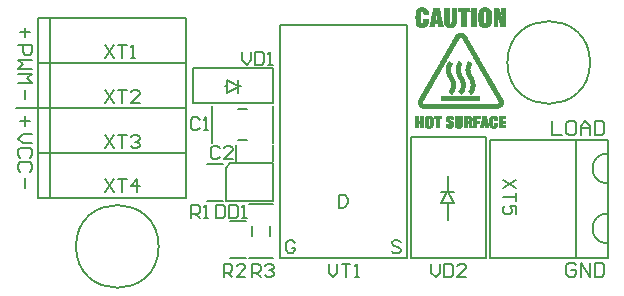
<source format=gto>
%FSLAX44Y44*%
%MOMM*%
G71*
G01*
G75*
%ADD10R,1.7000X1.2500*%
%ADD11R,10.0000X13.5000*%
%ADD12R,1.8000X4.0000*%
G04:AMPARAMS|DCode=13|XSize=0.7mm|YSize=1.1mm|CornerRadius=0mm|HoleSize=0mm|Usage=FLASHONLY|Rotation=270.000|XOffset=0mm|YOffset=0mm|HoleType=Round|Shape=Octagon|*
%AMOCTAGOND13*
4,1,8,0.5500,0.1750,0.5500,-0.1750,0.3750,-0.3500,-0.3750,-0.3500,-0.5500,-0.1750,-0.5500,0.1750,-0.3750,0.3500,0.3750,0.3500,0.5500,0.1750,0.0*
%
%ADD13OCTAGOND13*%

%ADD14R,1.1000X0.7000*%
%ADD15R,0.9500X1.0000*%
%ADD16R,4.0000X2.5000*%
%ADD17R,1.6000X1.8000*%
%ADD18R,1.4500X2.8000*%
%ADD19R,1.1000X0.9500*%
%ADD20C,0.5000*%
%ADD21C,1.0000*%
%ADD22C,0.6800*%
%ADD23C,0.3000*%
%ADD24R,1.6000X1.6000*%
%ADD25C,3.6000*%
%ADD26O,3.5000X3.0000*%
%ADD27R,3.5000X3.0000*%
%ADD28C,0.8000*%
%ADD29C,0.2000*%
%ADD30C,0.0254*%
D29*
X124250Y59751D02*
G03*
X124250Y59751I-35000J0D01*
G01*
X489500Y215500D02*
G03*
X489500Y215500I-35000J0D01*
G01*
X504300Y138450D02*
G03*
X504300Y113050I0J-12700D01*
G01*
X504300Y87650D02*
G03*
X504300Y62250I0J-12700D01*
G01*
X22252Y138801D02*
Y176901D01*
X147252Y138801D02*
Y176901D01*
X22252D02*
X147252D01*
X22252Y138801D02*
X147252D01*
X32252D02*
Y176901D01*
X22252Y100701D02*
Y138801D01*
X147252Y100701D02*
Y138801D01*
X22252D02*
X147252D01*
X22252Y100701D02*
X147252D01*
X32252D02*
Y138801D01*
X218250Y68950D02*
Y76950D01*
X203250Y68950D02*
Y76950D01*
X200500Y95950D02*
X221000D01*
X200500Y49950D02*
X221000D01*
X22252Y215001D02*
Y253101D01*
X147252Y215001D02*
Y253101D01*
X22252D02*
X147252D01*
X22252Y215001D02*
X147252D01*
X32252D02*
Y253101D01*
X334750Y49950D02*
Y246950D01*
X226750D02*
X334750D01*
X226750Y49950D02*
X334750D01*
X226750D02*
Y246950D01*
X181000Y98230D02*
X221000Y98230D01*
Y129980D01*
X181000Y98230D02*
Y126110D01*
X184870Y129980D01*
X221000D01*
X165000Y98230D02*
X178500D01*
X165000Y129230D02*
X178500Y129230D01*
X337500Y152700D02*
X401500D01*
X337500Y49950D02*
X401500D01*
X337500D02*
Y152700D01*
X401500Y49950D02*
Y152700D01*
X369500Y106450D02*
X369500Y119450D01*
X363500Y96450D02*
X374500D01*
X369500Y82450D02*
Y96450D01*
Y105450D02*
X374500Y96450D01*
X363500D02*
X368500Y105450D01*
X363500D02*
X374500D01*
X404500Y49950D02*
X504500D01*
X404500D02*
Y149950D01*
X477200Y49950D02*
Y149950D01*
X504500Y49950D02*
Y149950D01*
X404500D02*
X504500D01*
X22252Y176901D02*
Y215001D01*
X147252Y176901D02*
Y215001D01*
X22252D02*
X147252D01*
X22252Y176901D02*
X147252D01*
X32252D02*
Y215001D01*
X184750Y80950D02*
X198250D01*
X184750Y49950D02*
X198250Y49950D01*
X191250Y190000D02*
Y201000D01*
X182250D02*
X191250Y196000D01*
X182250Y190000D02*
X191250Y195000D01*
X180250Y195500D02*
X182250Y195500D01*
Y190000D02*
Y201000D01*
X192250Y195500D02*
X194250D01*
X153500Y181000D02*
X221000D01*
X153500Y211000D02*
X221000D01*
X153500Y181000D02*
Y211000D01*
X221000Y181000D02*
Y211000D01*
X191750Y176250D02*
X198750Y176250D01*
X191750Y150250D02*
X198750Y150250D01*
X169500Y147500D02*
Y179000D01*
X221000Y147500D02*
Y179000D01*
X190000Y132000D02*
Y145500D01*
X221000Y132000D02*
Y145500D01*
X3500Y176750D02*
X22500D01*
X78750Y153997D02*
X86081Y143000D01*
Y153997D02*
X78750Y143000D01*
X89747Y153997D02*
X97078D01*
X93412D01*
Y143000D01*
X100743Y152164D02*
X102576Y153997D01*
X106241D01*
X108074Y152164D01*
Y150331D01*
X106241Y148498D01*
X104409D01*
X106241D01*
X108074Y146666D01*
Y144833D01*
X106241Y143000D01*
X102576D01*
X100743Y144833D01*
X78750Y116497D02*
X86081Y105500D01*
Y116497D02*
X78750Y105500D01*
X89747Y116497D02*
X97078D01*
X93412D01*
Y105500D01*
X106241D02*
Y116497D01*
X100743Y110998D01*
X108074D01*
X78750Y230497D02*
X86081Y219500D01*
Y230497D02*
X78750Y219500D01*
X89747Y230497D02*
X97078D01*
X93412D01*
Y219500D01*
X100743D02*
X104409D01*
X102576D01*
Y230497D01*
X100743Y228664D01*
X426996Y116250D02*
X416000Y108919D01*
X426996D02*
X416000Y116250D01*
X426996Y105254D02*
Y97923D01*
Y101588D01*
X416000D01*
X426996Y86926D02*
Y94257D01*
X421498D01*
X423331Y90592D01*
Y88759D01*
X421498Y86926D01*
X417833D01*
X416000Y88759D01*
Y92424D01*
X417833Y94257D01*
X78750Y192497D02*
X86081Y181500D01*
Y192497D02*
X78750Y181500D01*
X89747Y192497D02*
X97078D01*
X93412D01*
Y181500D01*
X108074D02*
X100743D01*
X108074Y188831D01*
Y190664D01*
X106241Y192497D01*
X102576D01*
X100743Y190664D01*
X268250Y44997D02*
Y37666D01*
X271916Y34000D01*
X275581Y37666D01*
Y44997D01*
X279247D02*
X286578D01*
X282912D01*
Y34000D01*
X290243D02*
X293909D01*
X292076D01*
Y44997D01*
X290243Y43164D01*
X355250Y44997D02*
Y37666D01*
X358916Y34000D01*
X362581Y37666D01*
Y44997D01*
X366247D02*
Y34000D01*
X371745D01*
X373577Y35833D01*
Y43164D01*
X371745Y44997D01*
X366247D01*
X384574Y34000D02*
X377243D01*
X384574Y41331D01*
Y43164D01*
X382741Y44997D01*
X379076D01*
X377243Y43164D01*
X195000Y224747D02*
Y217416D01*
X198665Y213750D01*
X202331Y217416D01*
Y224747D01*
X205996D02*
Y213750D01*
X211495D01*
X213327Y215583D01*
Y222914D01*
X211495Y224747D01*
X205996D01*
X216993Y213750D02*
X220658D01*
X218826D01*
Y224747D01*
X216993Y222914D01*
X203250Y34000D02*
Y44997D01*
X208748D01*
X210581Y43164D01*
Y39498D01*
X208748Y37666D01*
X203250D01*
X206915D02*
X210581Y34000D01*
X214246Y43164D02*
X216079Y44997D01*
X219745D01*
X221577Y43164D01*
Y41331D01*
X219745Y39498D01*
X217912D01*
X219745D01*
X221577Y37666D01*
Y35833D01*
X219745Y34000D01*
X216079D01*
X214246Y35833D01*
X179250Y34000D02*
Y44997D01*
X184748D01*
X186581Y43164D01*
Y39498D01*
X184748Y37666D01*
X179250D01*
X182915D02*
X186581Y34000D01*
X197577D02*
X190246D01*
X197577Y41331D01*
Y43164D01*
X195745Y44997D01*
X192079D01*
X190246Y43164D01*
X151750Y83750D02*
Y94747D01*
X157248D01*
X159081Y92914D01*
Y89248D01*
X157248Y87416D01*
X151750D01*
X155415D02*
X159081Y83750D01*
X162747D02*
X166412D01*
X164579D01*
Y94747D01*
X162747Y92914D01*
X173000Y94997D02*
Y84000D01*
X178498D01*
X180331Y85833D01*
Y93164D01*
X178498Y94997D01*
X173000D01*
X183997D02*
Y84000D01*
X189495D01*
X191327Y85833D01*
Y93164D01*
X189495Y94997D01*
X183997D01*
X194993Y84000D02*
X198658D01*
X196826D01*
Y94997D01*
X194993Y93164D01*
X175831Y142914D02*
X173998Y144747D01*
X170333D01*
X168500Y142914D01*
Y135583D01*
X170333Y133750D01*
X173998D01*
X175831Y135583D01*
X186827Y133750D02*
X179496D01*
X186827Y141081D01*
Y142914D01*
X184995Y144747D01*
X181329D01*
X179496Y142914D01*
X158831Y167164D02*
X156998Y168997D01*
X153333D01*
X151500Y167164D01*
Y159833D01*
X153333Y158000D01*
X156998D01*
X158831Y159833D01*
X162496Y158000D02*
X166162D01*
X164329D01*
Y168997D01*
X162496Y167164D01*
X16996Y155000D02*
X8999D01*
X5000Y151002D01*
X8999Y147003D01*
X16996D01*
X14997Y135007D02*
X16996Y137006D01*
Y141005D01*
X14997Y143004D01*
X6999D01*
X5000Y141005D01*
Y137006D01*
X6999Y135007D01*
X14997Y123011D02*
X16996Y125010D01*
Y129009D01*
X14997Y131008D01*
X6999D01*
X5000Y129009D01*
Y125010D01*
X6999Y123011D01*
X5000Y230000D02*
X16996D01*
Y224002D01*
X14997Y222003D01*
X10998D01*
X8999Y224002D01*
Y230000D01*
X16996Y218004D02*
X5000D01*
X8999Y214005D01*
X5000Y210007D01*
X16996D01*
X5000Y206008D02*
X16996D01*
X12997Y202009D01*
X16996Y198011D01*
X5000D01*
X477497Y43997D02*
X475498Y45996D01*
X471499D01*
X469500Y43997D01*
Y36000D01*
X471499Y34000D01*
X475498D01*
X477497Y36000D01*
Y39998D01*
X473499D01*
X481496Y34000D02*
Y45996D01*
X489494Y34000D01*
Y45996D01*
X493492D02*
Y34000D01*
X499490D01*
X501490Y36000D01*
Y43997D01*
X499490Y45996D01*
X493492D01*
X457504Y165996D02*
Y154000D01*
X465501D01*
X475498Y165996D02*
X471499D01*
X469500Y163997D01*
Y155999D01*
X471499Y154000D01*
X475498D01*
X477497Y155999D01*
Y163997D01*
X475498Y165996D01*
X481496Y154000D02*
Y161998D01*
X485495Y165996D01*
X489494Y161998D01*
Y154000D01*
Y159998D01*
X481496D01*
X493492Y165996D02*
Y154000D01*
X499490D01*
X501490Y155999D01*
Y163997D01*
X499490Y165996D01*
X493492D01*
X239606Y62329D02*
X239082Y63376D01*
X238034Y64424D01*
X236987Y64948D01*
X234892D01*
X233845Y64424D01*
X232798Y63376D01*
X232274Y62329D01*
X231750Y60758D01*
Y58140D01*
X232274Y56568D01*
X232798Y55521D01*
X233845Y54474D01*
X234892Y53950D01*
X236987D01*
X238034Y54474D01*
X239082Y55521D01*
X239606Y56568D01*
Y58140D01*
X236987D02*
X239606D01*
X329082Y63376D02*
X328034Y64424D01*
X326463Y64948D01*
X324369D01*
X322797Y64424D01*
X321750Y63376D01*
Y62329D01*
X322274Y61282D01*
X322797Y60758D01*
X323845Y60234D01*
X326987Y59187D01*
X328034Y58663D01*
X328558Y58140D01*
X329082Y57092D01*
Y55521D01*
X328034Y54474D01*
X326463Y53950D01*
X324369D01*
X322797Y54474D01*
X321750Y55521D01*
X277000Y103697D02*
Y92700D01*
Y103697D02*
X280666D01*
X282237Y103174D01*
X283284Y102126D01*
X283808Y101079D01*
X284332Y99508D01*
Y96889D01*
X283808Y95318D01*
X283284Y94271D01*
X282237Y93223D01*
X280666Y92700D01*
X277000D01*
X10998Y245000D02*
Y237003D01*
X14997Y241001D02*
X6999D01*
X10998Y170000D02*
Y162003D01*
X14997Y166001D02*
X6999D01*
X10998Y117500D02*
Y109503D01*
Y192500D02*
Y184503D01*
D30*
X406234Y160224D02*
X408774D01*
X376516D02*
X379310D01*
X369150D02*
X371690D01*
X351624D02*
X354164D01*
X412330Y160478D02*
X417664D01*
X405472D02*
X409282D01*
X400900D02*
X403440D01*
X396328D02*
X398614D01*
X390740D02*
X393026D01*
X386676D02*
X389470D01*
X382866D02*
X385152D01*
X376008D02*
X380072D01*
X368642D02*
X372452D01*
X358990D02*
X361276D01*
X351116D02*
X354926D01*
X345782D02*
X348068D01*
X341464D02*
X344004D01*
X412330Y160732D02*
X417664D01*
X405218D02*
X409790D01*
X400900D02*
X403186D01*
X396328D02*
X398614D01*
X390740D02*
X393026D01*
X386676D02*
X389216D01*
X382866D02*
X385152D01*
X375754D02*
X380326D01*
X368388D02*
X372706D01*
X358990D02*
X361276D01*
X350608D02*
X355180D01*
X345782D02*
X348068D01*
X341464D02*
X344004D01*
X412330Y160986D02*
X417664D01*
X404964D02*
X410044D01*
X400900D02*
X403186D01*
X396328D02*
X398614D01*
X390740D02*
X393026D01*
X386676D02*
X389216D01*
X382866D02*
X385152D01*
X375500D02*
X380580D01*
X368134D02*
X372960D01*
X358990D02*
X361276D01*
X350354D02*
X355434D01*
X345782D02*
X348068D01*
X341464D02*
X344004D01*
X412330Y161240D02*
X417664D01*
X404710D02*
X410044D01*
X400900D02*
X403186D01*
X396328D02*
X398868D01*
X390740D02*
X393026D01*
X386676D02*
X389216D01*
X382866D02*
X385152D01*
X375246D02*
X380580D01*
X367880D02*
X372960D01*
X358990D02*
X361276D01*
X350100D02*
X355688D01*
X345782D02*
X348068D01*
X341464D02*
X344004D01*
X412330Y161494D02*
X417664D01*
X404456D02*
X410298D01*
X400900D02*
X403186D01*
X396582D02*
X398868D01*
X390740D02*
X393026D01*
X386676D02*
X389216D01*
X382866D02*
X385152D01*
X375246D02*
X380834D01*
X367880D02*
X373214D01*
X358990D02*
X361276D01*
X350100D02*
X355688D01*
X345782D02*
X348068D01*
X341464D02*
X344004D01*
X412330Y161748D02*
X417664D01*
X404456D02*
X410552D01*
X400900D02*
X403186D01*
X396582D02*
X398868D01*
X390740D02*
X393026D01*
X386676D02*
X389216D01*
X382866D02*
X385152D01*
X374992D02*
X380834D01*
X367626D02*
X373214D01*
X358990D02*
X361276D01*
X349846D02*
X355942D01*
X345782D02*
X348068D01*
X341464D02*
X344004D01*
X412330Y162002D02*
X417664D01*
X407758D02*
X410552D01*
X404456D02*
X407250D01*
X400646D02*
X402932D01*
X396582D02*
X398868D01*
X390740D02*
X393026D01*
X386676D02*
X388962D01*
X382866D02*
X385152D01*
X378294D02*
X381088D01*
X374992D02*
X377786D01*
X370928D02*
X373468D01*
X367626D02*
X370166D01*
X358990D02*
X361276D01*
X353148D02*
X355942D01*
X349846D02*
X352640D01*
X345782D02*
X348068D01*
X341464D02*
X344004D01*
X412330Y162256D02*
X417664D01*
X408266D02*
X410552D01*
X404202D02*
X406742D01*
X396582D02*
X402932D01*
X390740D02*
X393026D01*
X386676D02*
X388962D01*
X382866D02*
X385152D01*
X378548D02*
X381088D01*
X374992D02*
X377532D01*
X371182D02*
X373468D01*
X367626D02*
X369912D01*
X358990D02*
X361276D01*
X353656D02*
X356196D01*
X349846D02*
X352132D01*
X345782D02*
X348068D01*
X341464D02*
X344004D01*
X412330Y162510D02*
X414616D01*
X408266D02*
X410552D01*
X404202D02*
X406742D01*
X396582D02*
X402932D01*
X390740D02*
X393026D01*
X386676D02*
X388962D01*
X382866D02*
X385152D01*
X378802D02*
X381088D01*
X374992D02*
X377278D01*
X371182D02*
X373468D01*
X367626D02*
X369658D01*
X358990D02*
X361276D01*
X353656D02*
X356196D01*
X349592D02*
X352132D01*
X345782D02*
X348068D01*
X341464D02*
X344004D01*
X412330Y162764D02*
X414616D01*
X408266D02*
X410552D01*
X404202D02*
X406488D01*
X396836D02*
X402932D01*
X390740D02*
X393026D01*
X386676D02*
X388962D01*
X382866D02*
X385152D01*
X378802D02*
X381088D01*
X374992D02*
X377278D01*
X371436D02*
X373468D01*
X367372D02*
X369658D01*
X358990D02*
X361276D01*
X353656D02*
X356196D01*
X349592D02*
X352132D01*
X345782D02*
X348068D01*
X341464D02*
X344004D01*
X412330Y163018D02*
X414616D01*
X408266D02*
X410806D01*
X404202D02*
X406488D01*
X396836D02*
X402678D01*
X390740D02*
X393026D01*
X386676D02*
X388962D01*
X382866D02*
X385152D01*
X378802D02*
X381088D01*
X374992D02*
X377278D01*
X371182D02*
X373468D01*
X367372D02*
X369658D01*
X358990D02*
X361276D01*
X353910D02*
X356196D01*
X349592D02*
X352132D01*
X345782D02*
X348068D01*
X341464D02*
X344004D01*
X412330Y163272D02*
X414616D01*
X408520D02*
X410806D01*
X404202D02*
X406488D01*
X396836D02*
X402678D01*
X390740D02*
X393026D01*
X386676D02*
X388962D01*
X382866D02*
X385152D01*
X378802D02*
X381088D01*
X374738D02*
X377278D01*
X371182D02*
X373468D01*
X367372D02*
X369658D01*
X358990D02*
X361276D01*
X353910D02*
X356196D01*
X349592D02*
X351878D01*
X345782D02*
X348068D01*
X341464D02*
X344004D01*
X412330Y163526D02*
X414616D01*
X408520D02*
X410806D01*
X404202D02*
X406488D01*
X396836D02*
X402678D01*
X390740D02*
X393026D01*
X386676D02*
X388962D01*
X382866D02*
X385152D01*
X378802D02*
X381088D01*
X374738D02*
X377278D01*
X371182D02*
X373468D01*
X367372D02*
X369658D01*
X358990D02*
X361276D01*
X353910D02*
X356196D01*
X349592D02*
X351878D01*
X345782D02*
X348068D01*
X341464D02*
X344004D01*
X412330Y163780D02*
X414616D01*
X408520D02*
X410806D01*
X404202D02*
X406488D01*
X397090D02*
X402678D01*
X390740D02*
X393026D01*
X386676D02*
X388962D01*
X382866D02*
X385152D01*
X378802D02*
X381088D01*
X374738D02*
X377278D01*
X370928D02*
X373468D01*
X358990D02*
X361276D01*
X353910D02*
X356196D01*
X349592D02*
X351878D01*
X345782D02*
X348068D01*
X341464D02*
X344004D01*
X412330Y164034D02*
X414616D01*
X408520D02*
X410806D01*
X404202D02*
X406488D01*
X400392D02*
X402678D01*
X397090D02*
X399376D01*
X390740D02*
X393026D01*
X386422D02*
X388962D01*
X382866D02*
X385152D01*
X378802D02*
X381088D01*
X374738D02*
X377278D01*
X370674D02*
X373468D01*
X358990D02*
X361276D01*
X353910D02*
X356196D01*
X349592D02*
X351878D01*
X345782D02*
X348068D01*
X341464D02*
X344004D01*
X412330Y164288D02*
X414616D01*
X404202D02*
X406488D01*
X400392D02*
X402424D01*
X397090D02*
X399122D01*
X390740D02*
X393026D01*
X385660D02*
X388708D01*
X382866D02*
X385152D01*
X378802D02*
X381088D01*
X374738D02*
X377278D01*
X370166D02*
X373468D01*
X358990D02*
X361276D01*
X353910D02*
X356196D01*
X349592D02*
X351878D01*
X345782D02*
X348068D01*
X341464D02*
X344004D01*
X412330Y164542D02*
X417410D01*
X404202D02*
X406488D01*
X400392D02*
X402424D01*
X397090D02*
X399122D01*
X390740D02*
X395820D01*
X382866D02*
X388708D01*
X378802D02*
X381088D01*
X374738D02*
X377278D01*
X369912D02*
X373214D01*
X358990D02*
X361276D01*
X353910D02*
X356196D01*
X349592D02*
X351878D01*
X341464D02*
X348068D01*
X412330Y164796D02*
X417410D01*
X404202D02*
X406488D01*
X400392D02*
X402424D01*
X397090D02*
X399376D01*
X390740D02*
X395820D01*
X382866D02*
X388454D01*
X378802D02*
X381088D01*
X374738D02*
X377278D01*
X369404D02*
X373214D01*
X358990D02*
X361276D01*
X353910D02*
X356196D01*
X349592D02*
X351878D01*
X341464D02*
X348068D01*
X412330Y165050D02*
X417410D01*
X404202D02*
X406488D01*
X400392D02*
X402424D01*
X397344D02*
X399376D01*
X390740D02*
X395820D01*
X382866D02*
X388200D01*
X378802D02*
X381088D01*
X374738D02*
X377278D01*
X369150D02*
X372960D01*
X358990D02*
X361276D01*
X353910D02*
X356196D01*
X349592D02*
X351878D01*
X341464D02*
X348068D01*
X412330Y165304D02*
X417410D01*
X404202D02*
X406488D01*
X400392D02*
X402170D01*
X397344D02*
X399376D01*
X390740D02*
X395820D01*
X382866D02*
X387946D01*
X378802D02*
X381088D01*
X374738D02*
X377278D01*
X368896D02*
X372706D01*
X358990D02*
X361276D01*
X353910D02*
X356196D01*
X349592D02*
X351878D01*
X341464D02*
X348068D01*
X412330Y165558D02*
X417410D01*
X404202D02*
X406488D01*
X400138D02*
X402170D01*
X397344D02*
X399376D01*
X390740D02*
X395820D01*
X382866D02*
X388200D01*
X378802D02*
X381088D01*
X374738D02*
X377278D01*
X368388D02*
X372452D01*
X358990D02*
X361276D01*
X353910D02*
X356196D01*
X349592D02*
X351878D01*
X341464D02*
X348068D01*
X412330Y165812D02*
X417410D01*
X404202D02*
X406488D01*
X400138D02*
X402170D01*
X397344D02*
X399376D01*
X390740D02*
X395820D01*
X382866D02*
X388454D01*
X378802D02*
X381088D01*
X374738D02*
X377278D01*
X368134D02*
X372198D01*
X358990D02*
X361276D01*
X353910D02*
X356196D01*
X349592D02*
X351878D01*
X341464D02*
X348068D01*
X412330Y166066D02*
X417410D01*
X404202D02*
X406488D01*
X400138D02*
X402170D01*
X397598D02*
X399376D01*
X390740D02*
X395820D01*
X382866D02*
X388708D01*
X378802D02*
X381088D01*
X374738D02*
X377278D01*
X368134D02*
X371944D01*
X358990D02*
X361276D01*
X353910D02*
X356196D01*
X349592D02*
X351878D01*
X341464D02*
X348068D01*
X412330Y166320D02*
X417410D01*
X404202D02*
X406488D01*
X400138D02*
X402170D01*
X397598D02*
X399376D01*
X390740D02*
X395820D01*
X386168D02*
X388962D01*
X382866D02*
X385152D01*
X378802D02*
X381088D01*
X374738D02*
X377278D01*
X367880D02*
X371436D01*
X358990D02*
X361276D01*
X353910D02*
X356196D01*
X349592D02*
X351878D01*
X341464D02*
X348068D01*
X412330Y166574D02*
X414616D01*
X404202D02*
X406488D01*
X400138D02*
X401916D01*
X397598D02*
X399630D01*
X390740D02*
X393026D01*
X386676D02*
X388962D01*
X382866D02*
X385152D01*
X378802D02*
X381088D01*
X374738D02*
X377278D01*
X367880D02*
X370928D01*
X358990D02*
X361276D01*
X353910D02*
X356196D01*
X349592D02*
X351878D01*
X345782D02*
X348068D01*
X341464D02*
X344004D01*
X412330Y166828D02*
X414616D01*
X408520D02*
X410552D01*
X404202D02*
X406488D01*
X400138D02*
X401916D01*
X397598D02*
X399630D01*
X390740D02*
X393026D01*
X386676D02*
X388962D01*
X382866D02*
X385152D01*
X378802D02*
X381088D01*
X374738D02*
X377278D01*
X367626D02*
X370674D01*
X358990D02*
X361276D01*
X353910D02*
X356196D01*
X349592D02*
X351878D01*
X345782D02*
X348068D01*
X341464D02*
X344004D01*
X412330Y167082D02*
X414616D01*
X408520D02*
X410806D01*
X404202D02*
X406488D01*
X399884D02*
X401916D01*
X397598D02*
X399630D01*
X390740D02*
X393026D01*
X386676D02*
X389216D01*
X382866D02*
X385152D01*
X378802D02*
X381088D01*
X374738D02*
X377278D01*
X367626D02*
X370420D01*
X358990D02*
X361276D01*
X353910D02*
X356196D01*
X349592D02*
X351878D01*
X345782D02*
X348068D01*
X341464D02*
X344004D01*
X412330Y167336D02*
X414616D01*
X408520D02*
X410806D01*
X404202D02*
X406488D01*
X399884D02*
X401916D01*
X397852D02*
X399630D01*
X390740D02*
X393026D01*
X386676D02*
X389216D01*
X382866D02*
X385152D01*
X378802D02*
X381088D01*
X374738D02*
X377278D01*
X367626D02*
X370166D01*
X358990D02*
X361276D01*
X353910D02*
X356196D01*
X349592D02*
X351878D01*
X345782D02*
X348068D01*
X341464D02*
X344004D01*
X412330Y167590D02*
X414616D01*
X408266D02*
X410806D01*
X404202D02*
X406488D01*
X399884D02*
X401916D01*
X397852D02*
X399630D01*
X390740D02*
X393026D01*
X386676D02*
X389216D01*
X382866D02*
X385152D01*
X378802D02*
X381088D01*
X374738D02*
X377278D01*
X371436D02*
X373468D01*
X367626D02*
X369912D01*
X358990D02*
X361276D01*
X353910D02*
X356196D01*
X349592D02*
X351878D01*
X345782D02*
X348068D01*
X341464D02*
X344004D01*
X412330Y167844D02*
X414616D01*
X408266D02*
X410552D01*
X404202D02*
X406488D01*
X399884D02*
X401662D01*
X397852D02*
X399630D01*
X390740D02*
X393026D01*
X386676D02*
X389216D01*
X382866D02*
X385152D01*
X378802D02*
X381088D01*
X374738D02*
X377278D01*
X371436D02*
X373468D01*
X367626D02*
X369912D01*
X358990D02*
X361276D01*
X353656D02*
X356196D01*
X349592D02*
X352132D01*
X345782D02*
X348068D01*
X341464D02*
X344004D01*
X412330Y168098D02*
X414616D01*
X408266D02*
X410552D01*
X404202D02*
X406742D01*
X397852D02*
X401662D01*
X390740D02*
X393026D01*
X386676D02*
X389216D01*
X382866D02*
X385152D01*
X378802D02*
X381088D01*
X374738D02*
X377278D01*
X371182D02*
X373468D01*
X367626D02*
X369912D01*
X358990D02*
X361276D01*
X353656D02*
X356196D01*
X349592D02*
X352132D01*
X345782D02*
X348068D01*
X341464D02*
X344004D01*
X412330Y168352D02*
X414616D01*
X408266D02*
X410552D01*
X404202D02*
X406742D01*
X397852D02*
X401662D01*
X390740D02*
X393026D01*
X386422D02*
X388962D01*
X382866D02*
X385152D01*
X378802D02*
X381088D01*
X374738D02*
X377278D01*
X371182D02*
X373468D01*
X367626D02*
X369912D01*
X358990D02*
X361276D01*
X353656D02*
X355942D01*
X349846D02*
X352132D01*
X345782D02*
X348068D01*
X341464D02*
X344004D01*
X412330Y168606D02*
X417664D01*
X407758D02*
X410552D01*
X404456D02*
X406996D01*
X398106D02*
X401662D01*
X390740D02*
X396074D01*
X382866D02*
X388962D01*
X378802D02*
X381088D01*
X374738D02*
X377278D01*
X371182D02*
X373468D01*
X367626D02*
X370166D01*
X356958D02*
X363308D01*
X353148D02*
X355942D01*
X349846D02*
X352640D01*
X345782D02*
X348068D01*
X341464D02*
X344004D01*
X412330Y168860D02*
X417664D01*
X404456D02*
X410298D01*
X398106D02*
X401408D01*
X390740D02*
X396074D01*
X382866D02*
X388962D01*
X378802D02*
X381088D01*
X374738D02*
X377278D01*
X367880D02*
X373214D01*
X356958D02*
X363308D01*
X349846D02*
X355942D01*
X345782D02*
X348068D01*
X341464D02*
X344004D01*
X412330Y169114D02*
X417664D01*
X404456D02*
X410298D01*
X398106D02*
X401408D01*
X390740D02*
X396074D01*
X382866D02*
X388962D01*
X378802D02*
X381088D01*
X374738D02*
X377278D01*
X367880D02*
X373214D01*
X356958D02*
X363308D01*
X350100D02*
X355688D01*
X345782D02*
X348068D01*
X341464D02*
X344004D01*
X412330Y169368D02*
X417664D01*
X404710D02*
X410044D01*
X398106D02*
X401408D01*
X390740D02*
X396074D01*
X382866D02*
X388708D01*
X378802D02*
X381088D01*
X374738D02*
X377278D01*
X368134D02*
X373214D01*
X356958D02*
X363308D01*
X350100D02*
X355688D01*
X345782D02*
X348068D01*
X341464D02*
X344004D01*
X412330Y169622D02*
X417664D01*
X404964D02*
X410044D01*
X398360D02*
X401408D01*
X390740D02*
X396074D01*
X382866D02*
X388454D01*
X378802D02*
X381088D01*
X374738D02*
X377278D01*
X368134D02*
X372960D01*
X356958D02*
X363308D01*
X350354D02*
X355434D01*
X345782D02*
X348068D01*
X341464D02*
X344004D01*
X412330Y169876D02*
X417664D01*
X405218D02*
X409790D01*
X398360D02*
X401408D01*
X390740D02*
X396074D01*
X382866D02*
X388200D01*
X378802D02*
X381088D01*
X374738D02*
X377278D01*
X368388D02*
X372706D01*
X356958D02*
X363308D01*
X350608D02*
X355180D01*
X345782D02*
X348068D01*
X341464D02*
X344004D01*
X412330Y170130D02*
X417664D01*
X405472D02*
X409282D01*
X398360D02*
X401154D01*
X390740D02*
X396074D01*
X382866D02*
X387692D01*
X378802D02*
X381088D01*
X374738D02*
X377278D01*
X368642D02*
X372452D01*
X356958D02*
X363308D01*
X350862D02*
X354926D01*
X345782D02*
X348068D01*
X341464D02*
X344004D01*
X405980Y170384D02*
X408774D01*
X369150D02*
X371690D01*
X351624D02*
X354164D01*
X347560Y177242D02*
X411822D01*
X346544Y177496D02*
X412584D01*
X346036Y177750D02*
X413346D01*
X345782Y178004D02*
X413600D01*
X345274Y178258D02*
X413854D01*
X345020Y178512D02*
X414362D01*
X344766Y178766D02*
X414616D01*
X344512Y179020D02*
X414616D01*
X344512Y179274D02*
X414870D01*
X344258Y179528D02*
X415124D01*
X344258Y179782D02*
X415124D01*
X344004Y180036D02*
X415378D01*
X344004Y180290D02*
X415378D01*
X411314Y180544D02*
X415378D01*
X343750D02*
X347814D01*
X411822Y180798D02*
X415632D01*
X343750D02*
X347560D01*
X412076Y181052D02*
X415632D01*
X343750D02*
X347306D01*
X412330Y181306D02*
X415632D01*
X343750D02*
X347052D01*
X412330Y181560D02*
X415632D01*
X343750D02*
X347052D01*
X412330Y181814D02*
X415632D01*
X343496D02*
X346798D01*
X412330Y182068D02*
X415632D01*
X343750D02*
X347052D01*
X412330Y182322D02*
X415632D01*
X343750D02*
X347052D01*
X412076Y182576D02*
X415632D01*
X343750D02*
X347052D01*
X412076Y182830D02*
X415632D01*
X343750D02*
X347306D01*
X411822Y183084D02*
X415632D01*
X343750D02*
X347306D01*
X411822Y183338D02*
X415378D01*
X343750D02*
X347560D01*
X411568Y183592D02*
X415378D01*
X363562D02*
X395566D01*
X344004D02*
X347814D01*
X411568Y183846D02*
X415124D01*
X363562D02*
X395566D01*
X344004D02*
X347814D01*
X411314Y184100D02*
X415124D01*
X363562D02*
X395566D01*
X344258D02*
X348068D01*
X411060Y184354D02*
X414870D01*
X363562D02*
X395566D01*
X344258D02*
X348068D01*
X411060Y184608D02*
X414870D01*
X363562D02*
X395566D01*
X344512D02*
X348322D01*
X410806Y184862D02*
X414616D01*
X363562D02*
X395566D01*
X344512D02*
X348576D01*
X410806Y185116D02*
X414616D01*
X363562D02*
X395566D01*
X344766D02*
X348576D01*
X410552Y185370D02*
X414362D01*
X363562D02*
X395566D01*
X345020D02*
X348830D01*
X410552Y185624D02*
X414362D01*
X363562D02*
X395566D01*
X345020D02*
X348830D01*
X410298Y185878D02*
X414108D01*
X363562D02*
X395566D01*
X345274D02*
X349084D01*
X410044Y186132D02*
X413854D01*
X363562D02*
X395566D01*
X345274D02*
X349084D01*
X410044Y186386D02*
X413854D01*
X363562D02*
X395566D01*
X345528D02*
X349338D01*
X409790Y186640D02*
X413600D01*
X363562D02*
X395566D01*
X345528D02*
X349592D01*
X409790Y186894D02*
X413600D01*
X364832D02*
X395566D01*
X363562D02*
X364324D01*
X345782D02*
X349592D01*
X409536Y187148D02*
X413346D01*
X346036D02*
X349846D01*
X409536Y187402D02*
X413346D01*
X346036D02*
X349846D01*
X409282Y187656D02*
X413092D01*
X346290D02*
X350100D01*
X409028Y187910D02*
X412838D01*
X346290D02*
X350100D01*
X409028Y188164D02*
X412838D01*
X346544D02*
X350354D01*
X408774Y188418D02*
X412584D01*
X346544D02*
X350354D01*
X408774Y188672D02*
X412584D01*
X346798D02*
X350608D01*
X408520Y188926D02*
X412330D01*
X388454D02*
X388708D01*
X347052D02*
X350862D01*
X408266Y189180D02*
X412076D01*
X388200D02*
X388962D01*
X380072D02*
X380580D01*
X371690D02*
X372198D01*
X347052D02*
X350862D01*
X408266Y189434D02*
X412076D01*
X387946D02*
X389216D01*
X379818D02*
X380834D01*
X371436D02*
X372452D01*
X347306D02*
X351116D01*
X408012Y189688D02*
X411822D01*
X387692D02*
X389216D01*
X379564D02*
X381088D01*
X371182D02*
X372706D01*
X347306D02*
X351116D01*
X408012Y189942D02*
X411822D01*
X387438D02*
X389470D01*
X379310D02*
X381088D01*
X370928D02*
X372960D01*
X347560D02*
X351370D01*
X407758Y190196D02*
X411568D01*
X387184D02*
X389724D01*
X379056D02*
X381342D01*
X370674D02*
X372960D01*
X347814D02*
X351624D01*
X407758Y190450D02*
X411568D01*
X386930D02*
X389978D01*
X378548D02*
X381596D01*
X370420D02*
X373214D01*
X347814D02*
X351624D01*
X407504Y190704D02*
X411314D01*
X386676D02*
X389978D01*
X378548D02*
X381596D01*
X370166D02*
X373468D01*
X348068D02*
X351878D01*
X407250Y190958D02*
X411060D01*
X386422D02*
X390232D01*
X378040D02*
X381850D01*
X369912D02*
X373468D01*
X348068D02*
X351878D01*
X407250Y191212D02*
X411060D01*
X386422D02*
X390232D01*
X378040D02*
X382104D01*
X369658D02*
X373722D01*
X348322D02*
X352132D01*
X406996Y191466D02*
X410806D01*
X386422D02*
X390486D01*
X378294D02*
X382104D01*
X369912D02*
X373722D01*
X348322D02*
X352132D01*
X406996Y191720D02*
X410806D01*
X386676D02*
X390486D01*
X378294D02*
X382358D01*
X370166D02*
X373976D01*
X348576D02*
X352386D01*
X406742Y191974D02*
X410552D01*
X386930D02*
X390740D01*
X378548D02*
X382358D01*
X370166D02*
X373976D01*
X348830D02*
X352640D01*
X406742Y192228D02*
X410552D01*
X386930D02*
X390740D01*
X378802D02*
X382612D01*
X370420D02*
X374230D01*
X348830D02*
X352640D01*
X406488Y192482D02*
X410298D01*
X387184D02*
X390994D01*
X378802D02*
X382612D01*
X370674D02*
X374230D01*
X349084D02*
X352894D01*
X406234Y192736D02*
X410044D01*
X387438D02*
X390994D01*
X379056D02*
X382612D01*
X370674D02*
X374484D01*
X349084D02*
X352894D01*
X406234Y192990D02*
X410044D01*
X387438D02*
X390994D01*
X379056D02*
X382866D01*
X370928D02*
X374484D01*
X349338D02*
X353148D01*
X405980Y193244D02*
X409790D01*
X387692D02*
X391248D01*
X379310D02*
X382866D01*
X370928D02*
X374484D01*
X349592D02*
X353402D01*
X405980Y193498D02*
X409790D01*
X387692D02*
X391248D01*
X379310D02*
X382866D01*
X371182D02*
X374738D01*
X349592D02*
X353402D01*
X405726Y193752D02*
X409536D01*
X387946D02*
X391248D01*
X379564D02*
X383120D01*
X371182D02*
X374738D01*
X349846D02*
X353656D01*
X405472Y194006D02*
X409282D01*
X387946D02*
X391502D01*
X379564D02*
X383120D01*
X371182D02*
X374738D01*
X349846D02*
X353656D01*
X405472Y194260D02*
X409282D01*
X387946D02*
X391502D01*
X379818D02*
X383120D01*
X371436D02*
X374738D01*
X350100D02*
X353910D01*
X405218Y194514D02*
X409028D01*
X388200D02*
X391502D01*
X379818D02*
X383120D01*
X371436D02*
X374992D01*
X350100D02*
X353910D01*
X405218Y194768D02*
X409028D01*
X388200D02*
X391502D01*
X379818D02*
X383120D01*
X371436D02*
X374992D01*
X350354D02*
X354164D01*
X404964Y195022D02*
X408774D01*
X388200D02*
X391502D01*
X379818D02*
X383374D01*
X371690D02*
X374992D01*
X350608D02*
X354418D01*
X404964Y195276D02*
X408774D01*
X388200D02*
X391502D01*
X380072D02*
X383374D01*
X371690D02*
X374992D01*
X350608D02*
X354418D01*
X404710Y195530D02*
X408520D01*
X388200D02*
X391756D01*
X380072D02*
X383374D01*
X371690D02*
X374992D01*
X350862D02*
X354672D01*
X404456Y195784D02*
X408266D01*
X388454D02*
X391756D01*
X380072D02*
X383374D01*
X371690D02*
X374992D01*
X350862D02*
X354672D01*
X404456Y196038D02*
X408266D01*
X388454D02*
X391756D01*
X380072D02*
X383374D01*
X371690D02*
X374992D01*
X351116D02*
X354926D01*
X404202Y196292D02*
X408012D01*
X388454D02*
X391756D01*
X380072D02*
X383374D01*
X371690D02*
X374992D01*
X351116D02*
X354926D01*
X404202Y196546D02*
X408012D01*
X388454D02*
X391756D01*
X380072D02*
X383374D01*
X371690D02*
X374992D01*
X351370D02*
X355180D01*
X403948Y196800D02*
X407758D01*
X388454D02*
X391756D01*
X380072D02*
X383374D01*
X371690D02*
X374992D01*
X351624D02*
X355434D01*
X403948Y197054D02*
X407758D01*
X388454D02*
X391756D01*
X380072D02*
X383374D01*
X371690D02*
X374992D01*
X351624D02*
X355434D01*
X403694Y197308D02*
X407504D01*
X388454D02*
X391756D01*
X380072D02*
X383374D01*
X371690D02*
X374992D01*
X351878D02*
X355688D01*
X403440Y197562D02*
X407250D01*
X388454D02*
X391756D01*
X380072D02*
X383374D01*
X371690D02*
X374992D01*
X351878D02*
X355688D01*
X403440Y197816D02*
X407250D01*
X388454D02*
X391502D01*
X380072D02*
X383374D01*
X371690D02*
X374992D01*
X352132D02*
X355942D01*
X403186Y198070D02*
X406996D01*
X388200D02*
X391502D01*
X380072D02*
X383374D01*
X371690D02*
X374992D01*
X352132D02*
X355942D01*
X403186Y198324D02*
X406996D01*
X388200D02*
X391502D01*
X379818D02*
X383374D01*
X371690D02*
X374992D01*
X352386D02*
X356196D01*
X402932Y198578D02*
X406742D01*
X388200D02*
X391502D01*
X379818D02*
X383374D01*
X371690D02*
X374992D01*
X352640D02*
X356450D01*
X402932Y198832D02*
X406742D01*
X388200D02*
X391502D01*
X379818D02*
X383120D01*
X371436D02*
X374992D01*
X352640D02*
X356450D01*
X402678Y199086D02*
X406488D01*
X387946D02*
X391502D01*
X379818D02*
X383120D01*
X371436D02*
X374738D01*
X352894D02*
X356704D01*
X402424Y199340D02*
X406234D01*
X387946D02*
X391502D01*
X379564D02*
X383120D01*
X371436D02*
X374738D01*
X352894D02*
X356704D01*
X402424Y199594D02*
X406234D01*
X387946D02*
X391248D01*
X379564D02*
X383120D01*
X371182D02*
X374738D01*
X353148D02*
X356958D01*
X402170Y199848D02*
X405980D01*
X387692D02*
X391248D01*
X379564D02*
X382866D01*
X371182D02*
X374738D01*
X353402D02*
X357212D01*
X402170Y200102D02*
X405980D01*
X387692D02*
X391248D01*
X379310D02*
X382866D01*
X371182D02*
X374484D01*
X353402D02*
X357212D01*
X401916Y200356D02*
X405726D01*
X387692D02*
X391248D01*
X379310D02*
X382866D01*
X370928D02*
X374484D01*
X353656D02*
X357466D01*
X401916Y200610D02*
X405726D01*
X387438D02*
X390994D01*
X379056D02*
X382612D01*
X370928D02*
X374484D01*
X353656D02*
X357466D01*
X401662Y200864D02*
X405472D01*
X387438D02*
X390994D01*
X379056D02*
X382612D01*
X370674D02*
X374230D01*
X353910D02*
X357720D01*
X401408Y201118D02*
X405218D01*
X387184D02*
X390740D01*
X378802D02*
X382612D01*
X370674D02*
X374230D01*
X353910D02*
X357720D01*
X401408Y201372D02*
X405218D01*
X386930D02*
X390740D01*
X378802D02*
X382358D01*
X370420D02*
X374230D01*
X354164D02*
X357974D01*
X401154Y201626D02*
X404964D01*
X386930D02*
X390740D01*
X378548D02*
X382358D01*
X370166D02*
X373976D01*
X354418D02*
X357974D01*
X401154Y201880D02*
X404964D01*
X386676D02*
X390486D01*
X378548D02*
X382104D01*
X370166D02*
X373976D01*
X354418D02*
X358228D01*
X400900Y202134D02*
X404710D01*
X386676D02*
X390486D01*
X378294D02*
X382104D01*
X369912D02*
X373722D01*
X354672D02*
X358482D01*
X400646Y202388D02*
X404456D01*
X386422D02*
X390232D01*
X378040D02*
X382104D01*
X369912D02*
X373722D01*
X354672D02*
X358482D01*
X400646Y202642D02*
X404456D01*
X386168D02*
X390232D01*
X378040D02*
X381850D01*
X369658D02*
X373468D01*
X354926D02*
X358736D01*
X400392Y202896D02*
X404202D01*
X386168D02*
X389978D01*
X377786D02*
X381596D01*
X369404D02*
X373468D01*
X354926D02*
X358736D01*
X400392Y203150D02*
X404202D01*
X385914D02*
X389724D01*
X377786D02*
X381596D01*
X369404D02*
X373214D01*
X355180D02*
X358990D01*
X400138Y203404D02*
X403948D01*
X385914D02*
X389724D01*
X377532D02*
X381342D01*
X369150D02*
X372960D01*
X355434D02*
X359244D01*
X400138Y203658D02*
X403948D01*
X385660D02*
X389470D01*
X377532D02*
X381342D01*
X369150D02*
X372960D01*
X355434D02*
X359244D01*
X399884Y203912D02*
X403694D01*
X385660D02*
X389470D01*
X377278D02*
X381088D01*
X368896D02*
X372706D01*
X355688D02*
X359498D01*
X399630Y204166D02*
X403440D01*
X385406D02*
X389216D01*
X377278D02*
X380834D01*
X368896D02*
X372706D01*
X355688D02*
X359498D01*
X399630Y204420D02*
X403440D01*
X385406D02*
X389216D01*
X377024D02*
X380834D01*
X368642D02*
X372452D01*
X355942D02*
X359752D01*
X399376Y204674D02*
X403186D01*
X385152D02*
X388962D01*
X377024D02*
X380580D01*
X368642D02*
X372198D01*
X355942D02*
X359752D01*
X399376Y204928D02*
X403186D01*
X385152D02*
X388708D01*
X376770D02*
X380580D01*
X368388D02*
X372198D01*
X356196D02*
X360006D01*
X399122Y205182D02*
X402932D01*
X385152D02*
X388708D01*
X376770D02*
X380326D01*
X368388D02*
X371944D01*
X356450D02*
X360260D01*
X399122Y205436D02*
X402932D01*
X384898D02*
X388454D01*
X376516D02*
X380072D01*
X368388D02*
X371944D01*
X356450D02*
X360260D01*
X398868Y205690D02*
X402678D01*
X384898D02*
X388454D01*
X376516D02*
X380072D01*
X368134D02*
X371690D01*
X356704D02*
X360514D01*
X398614Y205944D02*
X402678D01*
X384644D02*
X388200D01*
X376516D02*
X380072D01*
X368134D02*
X371690D01*
X356704D02*
X360514D01*
X398614Y206198D02*
X402424D01*
X384644D02*
X388200D01*
X376262D02*
X379818D01*
X368134D02*
X371690D01*
X356958D02*
X360768D01*
X398360Y206452D02*
X402170D01*
X384644D02*
X388200D01*
X376262D02*
X379818D01*
X367880D02*
X371436D01*
X356958D02*
X360768D01*
X398106Y206706D02*
X401916D01*
X384644D02*
X387946D01*
X376262D02*
X379564D01*
X367880D02*
X371436D01*
X357212D02*
X361022D01*
X398106Y206960D02*
X401916D01*
X384390D02*
X387946D01*
X376262D02*
X379564D01*
X367880D02*
X371182D01*
X357466D02*
X361276D01*
X397852Y207214D02*
X401662D01*
X384390D02*
X387946D01*
X376008D02*
X379564D01*
X367880D02*
X371182D01*
X357466D02*
X361276D01*
X397852Y207468D02*
X401662D01*
X384390D02*
X387692D01*
X376008D02*
X379310D01*
X367626D02*
X371182D01*
X357720D02*
X361530D01*
X397598Y207722D02*
X401408D01*
X384136D02*
X387692D01*
X376008D02*
X379310D01*
X367626D02*
X370928D01*
X357720D02*
X361530D01*
X397598Y207976D02*
X401408D01*
X384136D02*
X387692D01*
X376008D02*
X379310D01*
X367626D02*
X370928D01*
X357974D02*
X361784D01*
X397344Y208230D02*
X401154D01*
X384136D02*
X387438D01*
X375754D02*
X379310D01*
X367626D02*
X370928D01*
X357974D02*
X362038D01*
X397090Y208484D02*
X401154D01*
X384136D02*
X387438D01*
X375754D02*
X379056D01*
X367372D02*
X370928D01*
X358228D02*
X362038D01*
X397090Y208738D02*
X400900D01*
X384136D02*
X387438D01*
X375754D02*
X379056D01*
X367372D02*
X370674D01*
X358228D02*
X362292D01*
X396836Y208992D02*
X400900D01*
X384136D02*
X387438D01*
X375754D02*
X379056D01*
X367372D02*
X370674D01*
X358482D02*
X362292D01*
X396582Y209246D02*
X400646D01*
X383882D02*
X387184D01*
X375754D02*
X379056D01*
X367372D02*
X370674D01*
X358736D02*
X362546D01*
X396582Y209500D02*
X400392D01*
X383882D02*
X387184D01*
X375754D02*
X379056D01*
X367372D02*
X370674D01*
X358736D02*
X362546D01*
X396328Y209754D02*
X400392D01*
X383882D02*
X387184D01*
X375754D02*
X379056D01*
X367372D02*
X370674D01*
X358990D02*
X362800D01*
X396074Y210008D02*
X400138D01*
X383882D02*
X387184D01*
X375754D02*
X379056D01*
X367372D02*
X370674D01*
X358990D02*
X362800D01*
X396074Y210262D02*
X399884D01*
X384136D02*
X387184D01*
X375754D02*
X379056D01*
X367372D02*
X370674D01*
X359244D02*
X363054D01*
X395820Y210516D02*
X399884D01*
X384136D02*
X387184D01*
X375754D02*
X379056D01*
X367372D02*
X370674D01*
X359498D02*
X363308D01*
X395820Y210770D02*
X399630D01*
X384136D02*
X387184D01*
X375754D02*
X379056D01*
X367372D02*
X370674D01*
X359498D02*
X363308D01*
X395566Y211024D02*
X399630D01*
X384136D02*
X387438D01*
X375754D02*
X379056D01*
X367372D02*
X370674D01*
X359752D02*
X363562D01*
X395566Y211278D02*
X399376D01*
X384136D02*
X387438D01*
X375754D02*
X379056D01*
X367626D02*
X370928D01*
X360006D02*
X363562D01*
X395312Y211532D02*
X399376D01*
X384136D02*
X387438D01*
X375754D02*
X379056D01*
X367626D02*
X370928D01*
X360006D02*
X363816D01*
X395312Y211786D02*
X399122D01*
X384136D02*
X387692D01*
X375754D02*
X379310D01*
X367626D02*
X370928D01*
X360260D02*
X363816D01*
X395312Y212040D02*
X399122D01*
X384136D02*
X387692D01*
X376008D02*
X379310D01*
X367626D02*
X371182D01*
X360260D02*
X364070D01*
X395058Y212294D02*
X398868D01*
X384390D02*
X387692D01*
X376008D02*
X379564D01*
X367626D02*
X371182D01*
X360514D02*
X364324D01*
X394804Y212548D02*
X398614D01*
X384390D02*
X387946D01*
X376008D02*
X379564D01*
X367880D02*
X371182D01*
X360514D02*
X364324D01*
X394804Y212802D02*
X398614D01*
X384390D02*
X387946D01*
X376008D02*
X379564D01*
X367880D02*
X371436D01*
X360768D02*
X364578D01*
X394550Y213056D02*
X398360D01*
X384390D02*
X388200D01*
X376262D02*
X379818D01*
X367880D02*
X371436D01*
X361022D02*
X364832D01*
X394550Y213310D02*
X398360D01*
X384644D02*
X388200D01*
X376262D02*
X379818D01*
X367880D02*
X371690D01*
X361022D02*
X364832D01*
X394296Y213564D02*
X398106D01*
X384644D02*
X388454D01*
X376262D02*
X380072D01*
X368134D02*
X371690D01*
X361276D02*
X365086D01*
X394296Y213818D02*
X397852D01*
X384898D02*
X388454D01*
X376516D02*
X380326D01*
X368134D02*
X371944D01*
X361276D02*
X365086D01*
X394042Y214072D02*
X397852D01*
X384898D02*
X388708D01*
X376516D02*
X380326D01*
X368388D02*
X371944D01*
X361530D02*
X365340D01*
X393788Y214326D02*
X397598D01*
X384898D02*
X388708D01*
X376770D02*
X380580D01*
X368388D02*
X372198D01*
X361530D02*
X365340D01*
X393788Y214580D02*
X397598D01*
X385152D02*
X388962D01*
X376770D02*
X380580D01*
X368642D02*
X372452D01*
X361784D02*
X365594D01*
X393534Y214834D02*
X397344D01*
X385406D02*
X388962D01*
X377024D02*
X380580D01*
X368642D02*
X372452D01*
X362038D02*
X365848D01*
X393534Y215088D02*
X397344D01*
X385406D02*
X388454D01*
X377024D02*
X380326D01*
X368896D02*
X371944D01*
X362038D02*
X365848D01*
X393280Y215342D02*
X397090D01*
X385660D02*
X388200D01*
X377278D02*
X379818D01*
X368896D02*
X371436D01*
X362292D02*
X366102D01*
X393026Y215596D02*
X396836D01*
X385660D02*
X387692D01*
X377278D02*
X379564D01*
X369150D02*
X371182D01*
X362292D02*
X366102D01*
X393026Y215850D02*
X396836D01*
X385914D02*
X387438D01*
X377532D02*
X379056D01*
X369150D02*
X370674D01*
X362546D02*
X366356D01*
X392772Y216104D02*
X396582D01*
X385914D02*
X386930D01*
X377786D02*
X378548D01*
X369404D02*
X370420D01*
X362546D02*
X366356D01*
X392772Y216358D02*
X396582D01*
X386168D02*
X386422D01*
X377786D02*
X378294D01*
X369658D02*
X369912D01*
X362800D02*
X366610D01*
X392518Y216612D02*
X396328D01*
X363054D02*
X366864D01*
X392518Y216866D02*
X396328D01*
X363054D02*
X366864D01*
X392264Y217120D02*
X396074D01*
X363308D02*
X367118D01*
X392010Y217374D02*
X395820D01*
X363308D02*
X367118D01*
X392010Y217628D02*
X395820D01*
X363562D02*
X367372D01*
X391756Y217882D02*
X395566D01*
X363816D02*
X367372D01*
X391756Y218136D02*
X395566D01*
X363816D02*
X367626D01*
X391502Y218390D02*
X395312D01*
X364070D02*
X367880D01*
X391248Y218644D02*
X395312D01*
X364070D02*
X367880D01*
X391248Y218898D02*
X395058D01*
X364324D02*
X368134D01*
X390994Y219152D02*
X394804D01*
X364324D02*
X368134D01*
X390994Y219406D02*
X394804D01*
X364578D02*
X368388D01*
X390740Y219660D02*
X394550D01*
X364832D02*
X368642D01*
X390740Y219914D02*
X394550D01*
X364832D02*
X368642D01*
X390486Y220168D02*
X394296D01*
X365086D02*
X368896D01*
X390232Y220422D02*
X394042D01*
X365086D02*
X368896D01*
X390232Y220676D02*
X394042D01*
X365340D02*
X369150D01*
X389978Y220930D02*
X393788D01*
X365340D02*
X369150D01*
X389978Y221184D02*
X393788D01*
X365594D02*
X369404D01*
X389724Y221438D02*
X393534D01*
X365848D02*
X369658D01*
X389724Y221692D02*
X393534D01*
X365848D02*
X369658D01*
X389470Y221946D02*
X393280D01*
X366102D02*
X369912D01*
X389216Y222200D02*
X393026D01*
X366102D02*
X369912D01*
X389216Y222454D02*
X393026D01*
X366356D02*
X370166D01*
X388962Y222708D02*
X392772D01*
X366356D02*
X370166D01*
X388962Y222962D02*
X392772D01*
X366610D02*
X370420D01*
X388708Y223216D02*
X392518D01*
X366864D02*
X370674D01*
X388708Y223470D02*
X392518D01*
X366864D02*
X370674D01*
X388454Y223724D02*
X392264D01*
X367118D02*
X370928D01*
X388200Y223978D02*
X392010D01*
X367118D02*
X370928D01*
X388200Y224232D02*
X392010D01*
X367372D02*
X371182D01*
X387946Y224486D02*
X391756D01*
X367626D02*
X371436D01*
X387946Y224740D02*
X391756D01*
X367626D02*
X371436D01*
X387692Y224994D02*
X391502D01*
X367880D02*
X371690D01*
X387438Y225248D02*
X391248D01*
X367880D02*
X371690D01*
X387438Y225502D02*
X391248D01*
X368134D02*
X371944D01*
X387184Y225756D02*
X390994D01*
X368134D02*
X371944D01*
X387184Y226010D02*
X390994D01*
X368388D02*
X372198D01*
X386930Y226264D02*
X390740D01*
X368642D02*
X372452D01*
X386930Y226518D02*
X390740D01*
X368642D02*
X372452D01*
X386676Y226772D02*
X390486D01*
X368896D02*
X372706D01*
X386422Y227026D02*
X390232D01*
X368896D02*
X372706D01*
X386422Y227280D02*
X390232D01*
X369150D02*
X372960D01*
X386168Y227534D02*
X389978D01*
X369150D02*
X372960D01*
X386168Y227788D02*
X389978D01*
X369404D02*
X373214D01*
X385914Y228042D02*
X389724D01*
X369658D02*
X373468D01*
X385914Y228296D02*
X389724D01*
X369658D02*
X373468D01*
X385660Y228550D02*
X389470D01*
X369912D02*
X373722D01*
X385406Y228804D02*
X389216D01*
X369912D02*
X373722D01*
X385406Y229058D02*
X389216D01*
X370166D02*
X373976D01*
X385152Y229312D02*
X388962D01*
X370166D02*
X373976D01*
X385152Y229566D02*
X388962D01*
X370420D02*
X374230D01*
X384898Y229820D02*
X388708D01*
X370674D02*
X374484D01*
X384898Y230074D02*
X388708D01*
X370674D02*
X374484D01*
X384644Y230328D02*
X388454D01*
X370928D02*
X374738D01*
X384390Y230582D02*
X388200D01*
X370928D02*
X374738D01*
X384390Y230836D02*
X388200D01*
X371182D02*
X374992D01*
X384136Y231090D02*
X387946D01*
X371182D02*
X374992D01*
X384136Y231344D02*
X387946D01*
X371436D02*
X375246D01*
X383882Y231598D02*
X387692D01*
X371690D02*
X375500D01*
X383628Y231852D02*
X387438D01*
X371690D02*
X375500D01*
X383628Y232106D02*
X387438D01*
X371944D02*
X375754D01*
X383374Y232360D02*
X387184D01*
X371944D02*
X375754D01*
X383374Y232614D02*
X387184D01*
X372198D02*
X376008D01*
X383120Y232868D02*
X386930D01*
X372452D02*
X376262D01*
X383120Y233122D02*
X386930D01*
X372452D02*
X376262D01*
X382866Y233376D02*
X386676D01*
X372706D02*
X376516D01*
X382612Y233630D02*
X386422D01*
X372706D02*
X376516D01*
X382612Y233884D02*
X386422D01*
X372960D02*
X376770D01*
X382358Y234138D02*
X386168D01*
X372960D02*
X376770D01*
X382358Y234392D02*
X386168D01*
X373214D02*
X377024D01*
X382104Y234646D02*
X385914D01*
X373468D02*
X377278D01*
X382104Y234900D02*
X385914D01*
X373468D02*
X377278D01*
X381850Y235154D02*
X385660D01*
X373722D02*
X377532D01*
X381596Y235408D02*
X385406D01*
X373722D02*
X377532D01*
X381596Y235662D02*
X385406D01*
X373976D02*
X377786D01*
X381342Y235916D02*
X385152D01*
X374230D02*
X377786D01*
X381342Y236170D02*
X385152D01*
X374230D02*
X378040D01*
X381088Y236424D02*
X384898D01*
X374484D02*
X378294D01*
X381088Y236678D02*
X384898D01*
X374484D02*
X378294D01*
X380834Y236932D02*
X384644D01*
X374738D02*
X378548D01*
X380580Y237186D02*
X384390D01*
X374738D02*
X378802D01*
X380072Y237440D02*
X384390D01*
X374992D02*
X379056D01*
X375246Y237694D02*
X384136D01*
X375246Y237948D02*
X384136D01*
X375500Y238202D02*
X383882D01*
X375500Y238456D02*
X383628D01*
X375754Y238710D02*
X383628D01*
X376008Y238964D02*
X383374D01*
X376008Y239218D02*
X383120D01*
X376262Y239472D02*
X382866D01*
X376516Y239726D02*
X382612D01*
X377024Y239980D02*
X382358D01*
X377278Y240234D02*
X382104D01*
X377786Y240488D02*
X381342D01*
X378802Y240742D02*
X380580D01*
X398868Y245568D02*
X401408D01*
X369658D02*
X372198D01*
X345782D02*
X348068D01*
X397852Y245822D02*
X402424D01*
X368642D02*
X373214D01*
X344766D02*
X349084D01*
X413854Y246076D02*
X417664D01*
X407758D02*
X411060D01*
X397344D02*
X402932D01*
X388708D02*
X392518D01*
X380326D02*
X384136D01*
X367880D02*
X373722D01*
X361022D02*
X364832D01*
X353402D02*
X357212D01*
X344258D02*
X349846D01*
X413600Y246330D02*
X417664D01*
X407758D02*
X411060D01*
X396836D02*
X403440D01*
X388708D02*
X392518D01*
X380326D02*
X384136D01*
X367626D02*
X374230D01*
X361022D02*
X364578D01*
X353402D02*
X357212D01*
X343750D02*
X350100D01*
X413600Y246584D02*
X417664D01*
X407758D02*
X411060D01*
X396582D02*
X403694D01*
X388708D02*
X392518D01*
X380326D02*
X384136D01*
X367372D02*
X374484D01*
X361022D02*
X364578D01*
X353656D02*
X357212D01*
X343242D02*
X350608D01*
X413600Y246838D02*
X417664D01*
X407758D02*
X411060D01*
X396328D02*
X403948D01*
X388708D02*
X392518D01*
X380326D02*
X384136D01*
X367118D02*
X374738D01*
X360768D02*
X364578D01*
X353656D02*
X357212D01*
X342988D02*
X350862D01*
X413346Y247092D02*
X417664D01*
X407758D02*
X411060D01*
X396074D02*
X404202D01*
X388708D02*
X392518D01*
X380326D02*
X384136D01*
X366864D02*
X374992D01*
X360768D02*
X364578D01*
X353656D02*
X357466D01*
X342734D02*
X351116D01*
X413346Y247346D02*
X417664D01*
X407758D02*
X411060D01*
X395820D02*
X404456D01*
X388708D02*
X392518D01*
X380326D02*
X384136D01*
X366610D02*
X375246D01*
X360768D02*
X364324D01*
X353656D02*
X357466D01*
X342734D02*
X351116D01*
X413346Y247600D02*
X417664D01*
X407758D02*
X411060D01*
X395566D02*
X404710D01*
X388708D02*
X392518D01*
X380326D02*
X384136D01*
X366610D02*
X375246D01*
X360768D02*
X364324D01*
X353656D02*
X357466D01*
X342480D02*
X351370D01*
X413346Y247854D02*
X417664D01*
X407758D02*
X411060D01*
X395566D02*
X404710D01*
X388708D02*
X392518D01*
X380326D02*
X384136D01*
X366356D02*
X375500D01*
X360768D02*
X364324D01*
X353910D02*
X357466D01*
X342226D02*
X351370D01*
X413092Y248108D02*
X417664D01*
X407758D02*
X411060D01*
X395312D02*
X404964D01*
X388708D02*
X392518D01*
X380326D02*
X384136D01*
X366356D02*
X375500D01*
X360768D02*
X364324D01*
X353910D02*
X357466D01*
X342226D02*
X351624D01*
X413092Y248362D02*
X417664D01*
X407758D02*
X411060D01*
X395312D02*
X404964D01*
X388708D02*
X392518D01*
X380326D02*
X384136D01*
X366102D02*
X375500D01*
X360514D02*
X364324D01*
X353910D02*
X357466D01*
X342226D02*
X351624D01*
X413092Y248616D02*
X417664D01*
X407758D02*
X411060D01*
X400900D02*
X404964D01*
X395312D02*
X399630D01*
X388708D02*
X392518D01*
X380326D02*
X384136D01*
X371436D02*
X375754D01*
X366102D02*
X370420D01*
X360514D02*
X364070D01*
X353910D02*
X357466D01*
X347560D02*
X351878D01*
X341972D02*
X346290D01*
X412838Y248870D02*
X417664D01*
X407758D02*
X411060D01*
X401154D02*
X405218D01*
X395312D02*
X399122D01*
X388708D02*
X392518D01*
X380326D02*
X384136D01*
X371690D02*
X375754D01*
X366102D02*
X369912D01*
X360514D02*
X364070D01*
X354164D02*
X357720D01*
X347814D02*
X351878D01*
X341972D02*
X346036D01*
X412838Y249124D02*
X417664D01*
X407758D02*
X411060D01*
X401408D02*
X405218D01*
X395058D02*
X398868D01*
X388708D02*
X392518D01*
X380326D02*
X384136D01*
X371944D02*
X375754D01*
X366102D02*
X369912D01*
X354164D02*
X364070D01*
X348068D02*
X351878D01*
X341972D02*
X345782D01*
X412838Y249378D02*
X417664D01*
X407758D02*
X411060D01*
X401408D02*
X405218D01*
X395058D02*
X398868D01*
X388708D02*
X392518D01*
X380326D02*
X384136D01*
X371944D02*
X375754D01*
X366102D02*
X369658D01*
X354164D02*
X364070D01*
X348322D02*
X351878D01*
X341718D02*
X345782D01*
X412584Y249632D02*
X417664D01*
X407758D02*
X411060D01*
X401408D02*
X405218D01*
X395058D02*
X398868D01*
X388708D02*
X392518D01*
X380326D02*
X384136D01*
X372198D02*
X375754D01*
X365848D02*
X369658D01*
X354164D02*
X364070D01*
X348322D02*
X352132D01*
X341718D02*
X345528D01*
X412584Y249886D02*
X417664D01*
X407758D02*
X411060D01*
X401662D02*
X405218D01*
X395058D02*
X398868D01*
X388708D02*
X392518D01*
X380326D02*
X384136D01*
X372198D02*
X375754D01*
X365848D02*
X369658D01*
X354164D02*
X363816D01*
X348322D02*
X352132D01*
X341718D02*
X345528D01*
X412584Y250140D02*
X417664D01*
X407758D02*
X411060D01*
X401662D02*
X405472D01*
X395058D02*
X398614D01*
X388708D02*
X392518D01*
X380326D02*
X384136D01*
X372198D02*
X375754D01*
X365848D02*
X369658D01*
X354418D02*
X363816D01*
X348322D02*
X352132D01*
X341718D02*
X345528D01*
X412330Y250394D02*
X417664D01*
X407758D02*
X411060D01*
X401662D02*
X405472D01*
X395058D02*
X398614D01*
X388708D02*
X392518D01*
X380326D02*
X384136D01*
X372198D02*
X375754D01*
X365848D02*
X369658D01*
X354418D02*
X363816D01*
X348322D02*
X352132D01*
X341718D02*
X345528D01*
X412330Y250648D02*
X417664D01*
X407758D02*
X411060D01*
X401662D02*
X405472D01*
X394804D02*
X398614D01*
X388708D02*
X392518D01*
X380326D02*
X384136D01*
X372198D02*
X376008D01*
X365848D02*
X369658D01*
X354418D02*
X363816D01*
X348322D02*
X352132D01*
X341718D02*
X345528D01*
X412330Y250902D02*
X417664D01*
X407758D02*
X411060D01*
X401662D02*
X405472D01*
X394804D02*
X398614D01*
X388708D02*
X392518D01*
X380326D02*
X384136D01*
X372198D02*
X376008D01*
X365848D02*
X369658D01*
X354418D02*
X363562D01*
X348322D02*
X352132D01*
X341718D02*
X345528D01*
X412330Y251156D02*
X417664D01*
X407758D02*
X411060D01*
X401662D02*
X405472D01*
X394804D02*
X398614D01*
X388708D02*
X392518D01*
X380326D02*
X384136D01*
X372198D02*
X376008D01*
X365848D02*
X369658D01*
X354672D02*
X363562D01*
X348322D02*
X352132D01*
X341718D02*
X345528D01*
X412076Y251410D02*
X417664D01*
X407758D02*
X411060D01*
X401662D02*
X405472D01*
X394804D02*
X398614D01*
X388708D02*
X392518D01*
X380326D02*
X384136D01*
X372198D02*
X376008D01*
X365848D02*
X369658D01*
X354672D02*
X363562D01*
X348322D02*
X352132D01*
X341718D02*
X345528D01*
X412076Y251664D02*
X417664D01*
X407758D02*
X411060D01*
X401662D02*
X405472D01*
X394804D02*
X398614D01*
X388708D02*
X392518D01*
X380326D02*
X384136D01*
X372198D02*
X376008D01*
X365848D02*
X369658D01*
X354672D02*
X363562D01*
X348322D02*
X352132D01*
X341718D02*
X345528D01*
X412076Y251918D02*
X417664D01*
X407758D02*
X411060D01*
X401662D02*
X405472D01*
X394804D02*
X398614D01*
X388708D02*
X392518D01*
X380326D02*
X384136D01*
X372198D02*
X376008D01*
X365848D02*
X369658D01*
X360006D02*
X363562D01*
X354672D02*
X357974D01*
X348322D02*
X352132D01*
X341718D02*
X345274D01*
X411822Y252172D02*
X417664D01*
X407758D02*
X411060D01*
X401662D02*
X405472D01*
X394804D02*
X398614D01*
X388708D02*
X392518D01*
X380326D02*
X384136D01*
X372198D02*
X376008D01*
X365848D02*
X369658D01*
X360006D02*
X363308D01*
X354672D02*
X357974D01*
X341718D02*
X345274D01*
X411822Y252426D02*
X417664D01*
X407758D02*
X411060D01*
X401662D02*
X405472D01*
X394804D02*
X398614D01*
X388708D02*
X392518D01*
X380326D02*
X384136D01*
X372198D02*
X376008D01*
X365848D02*
X369658D01*
X360006D02*
X363308D01*
X354926D02*
X358228D01*
X341718D02*
X345274D01*
X411822Y252680D02*
X417664D01*
X407758D02*
X411060D01*
X401662D02*
X405472D01*
X394804D02*
X398614D01*
X388708D02*
X392518D01*
X380326D02*
X384136D01*
X372198D02*
X376008D01*
X365848D02*
X369658D01*
X360006D02*
X363308D01*
X354926D02*
X358228D01*
X341718D02*
X345274D01*
X414616Y252934D02*
X417664D01*
X411568D02*
X414362D01*
X407758D02*
X411060D01*
X401662D02*
X405472D01*
X394804D02*
X398614D01*
X388708D02*
X392518D01*
X380326D02*
X384136D01*
X372198D02*
X376008D01*
X365848D02*
X369658D01*
X360006D02*
X363308D01*
X354926D02*
X358228D01*
X341464D02*
X345274D01*
X414616Y253188D02*
X417664D01*
X411568D02*
X414362D01*
X407758D02*
X411060D01*
X401662D02*
X405472D01*
X394804D02*
X398614D01*
X388708D02*
X392518D01*
X380326D02*
X384136D01*
X372198D02*
X376008D01*
X365848D02*
X369658D01*
X360006D02*
X363054D01*
X354926D02*
X358228D01*
X341464D02*
X345274D01*
X414616Y253442D02*
X417664D01*
X411568D02*
X414362D01*
X407758D02*
X411060D01*
X401662D02*
X405472D01*
X394804D02*
X398614D01*
X388708D02*
X392518D01*
X380326D02*
X384136D01*
X372198D02*
X376008D01*
X365848D02*
X369658D01*
X360006D02*
X363054D01*
X354926D02*
X358228D01*
X341464D02*
X345274D01*
X414616Y253696D02*
X417664D01*
X411314D02*
X414362D01*
X407758D02*
X411060D01*
X401662D02*
X405472D01*
X394804D02*
X398614D01*
X388708D02*
X392518D01*
X380326D02*
X384136D01*
X372198D02*
X376008D01*
X365848D02*
X369658D01*
X359752D02*
X363054D01*
X355180D02*
X358228D01*
X341464D02*
X345274D01*
X414616Y253950D02*
X417664D01*
X411314D02*
X414108D01*
X407758D02*
X410806D01*
X401662D02*
X405472D01*
X394804D02*
X398614D01*
X388708D02*
X392518D01*
X380326D02*
X384136D01*
X372198D02*
X376008D01*
X365848D02*
X369658D01*
X359752D02*
X363054D01*
X355180D02*
X358228D01*
X341464D02*
X345274D01*
X414616Y254204D02*
X417664D01*
X411314D02*
X414108D01*
X407758D02*
X410806D01*
X401662D02*
X405472D01*
X394804D02*
X398614D01*
X388708D02*
X392518D01*
X380326D02*
X384136D01*
X372198D02*
X376008D01*
X365848D02*
X369658D01*
X359752D02*
X363054D01*
X355180D02*
X358482D01*
X341464D02*
X345274D01*
X414616Y254458D02*
X417664D01*
X411314D02*
X414108D01*
X407758D02*
X410806D01*
X401662D02*
X405472D01*
X394804D02*
X398614D01*
X388708D02*
X392518D01*
X380326D02*
X384136D01*
X372198D02*
X376008D01*
X365848D02*
X369658D01*
X359752D02*
X362800D01*
X355180D02*
X358482D01*
X341464D02*
X345274D01*
X414616Y254712D02*
X417664D01*
X411060D02*
X413854D01*
X407758D02*
X410806D01*
X401662D02*
X405472D01*
X394804D02*
X398614D01*
X388708D02*
X392518D01*
X380326D02*
X384136D01*
X372198D02*
X376008D01*
X365848D02*
X369658D01*
X359752D02*
X362800D01*
X355434D02*
X358482D01*
X341464D02*
X345274D01*
X414616Y254966D02*
X417664D01*
X411060D02*
X413854D01*
X407758D02*
X410806D01*
X401662D02*
X405472D01*
X394804D02*
X398614D01*
X388708D02*
X392518D01*
X380326D02*
X384136D01*
X372198D02*
X376008D01*
X365848D02*
X369658D01*
X359752D02*
X362800D01*
X355434D02*
X358482D01*
X341464D02*
X345274D01*
X414616Y255220D02*
X417664D01*
X411060D02*
X413854D01*
X407758D02*
X410806D01*
X401662D02*
X405472D01*
X394804D02*
X398614D01*
X388708D02*
X392518D01*
X380326D02*
X384136D01*
X372198D02*
X376008D01*
X365848D02*
X369658D01*
X359498D02*
X362800D01*
X355434D02*
X358482D01*
X341718D02*
X345274D01*
X414616Y255474D02*
X417664D01*
X407758D02*
X413600D01*
X401662D02*
X405472D01*
X394804D02*
X398614D01*
X388708D02*
X392518D01*
X380326D02*
X384136D01*
X372198D02*
X376008D01*
X365848D02*
X369658D01*
X359498D02*
X362800D01*
X355434D02*
X358482D01*
X341718D02*
X345274D01*
X414616Y255728D02*
X417664D01*
X407758D02*
X413600D01*
X401662D02*
X405472D01*
X394804D02*
X398614D01*
X388708D02*
X392518D01*
X380326D02*
X384136D01*
X372198D02*
X376008D01*
X365848D02*
X369658D01*
X359498D02*
X362546D01*
X355434D02*
X358736D01*
X341718D02*
X345274D01*
X414616Y255982D02*
X417664D01*
X407758D02*
X413600D01*
X401662D02*
X405472D01*
X394804D02*
X398614D01*
X388708D02*
X392518D01*
X380326D02*
X384136D01*
X372198D02*
X376008D01*
X365848D02*
X369658D01*
X359498D02*
X362546D01*
X355688D02*
X358736D01*
X341718D02*
X345274D01*
X414616Y256236D02*
X417664D01*
X407758D02*
X413346D01*
X401662D02*
X405472D01*
X394804D02*
X398614D01*
X388708D02*
X392518D01*
X380326D02*
X384136D01*
X372198D02*
X376008D01*
X365848D02*
X369658D01*
X359498D02*
X362546D01*
X355688D02*
X358736D01*
X350862D02*
X351116D01*
X341718D02*
X345528D01*
X414362Y256490D02*
X417664D01*
X407758D02*
X413346D01*
X401662D02*
X405472D01*
X394804D02*
X398614D01*
X388708D02*
X392518D01*
X380326D02*
X384136D01*
X372198D02*
X376008D01*
X365848D02*
X369658D01*
X359498D02*
X362546D01*
X355688D02*
X358736D01*
X348576D02*
X352132D01*
X341718D02*
X345528D01*
X414362Y256744D02*
X417664D01*
X407758D02*
X413346D01*
X401662D02*
X405472D01*
X394804D02*
X398614D01*
X388708D02*
X392518D01*
X380326D02*
X384136D01*
X372198D02*
X376008D01*
X365848D02*
X369658D01*
X359498D02*
X362292D01*
X355688D02*
X358736D01*
X348576D02*
X352132D01*
X341718D02*
X345528D01*
X414362Y256998D02*
X417664D01*
X407758D02*
X413092D01*
X401662D02*
X405472D01*
X394804D02*
X398614D01*
X388708D02*
X392518D01*
X380326D02*
X384136D01*
X372198D02*
X376008D01*
X365848D02*
X369658D01*
X359244D02*
X362292D01*
X355942D02*
X358736D01*
X348322D02*
X352132D01*
X341718D02*
X345528D01*
X414362Y257252D02*
X417664D01*
X407758D02*
X413092D01*
X401662D02*
X405472D01*
X395058D02*
X398614D01*
X388708D02*
X392518D01*
X380326D02*
X384136D01*
X372198D02*
X376008D01*
X365848D02*
X369658D01*
X359244D02*
X362292D01*
X355942D02*
X358736D01*
X348322D02*
X352132D01*
X341718D02*
X345528D01*
X414362Y257506D02*
X417664D01*
X407758D02*
X413092D01*
X401662D02*
X405472D01*
X395058D02*
X398614D01*
X388708D02*
X392518D01*
X380326D02*
X384136D01*
X372198D02*
X376008D01*
X365848D02*
X369658D01*
X359244D02*
X362292D01*
X355942D02*
X358990D01*
X348322D02*
X352132D01*
X341718D02*
X345528D01*
X414362Y257760D02*
X417664D01*
X407758D02*
X412838D01*
X401662D02*
X405472D01*
X395058D02*
X398868D01*
X388708D02*
X392518D01*
X380326D02*
X384136D01*
X372198D02*
X376008D01*
X365848D02*
X369658D01*
X359244D02*
X362292D01*
X355942D02*
X358990D01*
X348322D02*
X352132D01*
X341718D02*
X345528D01*
X414362Y258014D02*
X417664D01*
X407758D02*
X412838D01*
X401408D02*
X405218D01*
X395058D02*
X398868D01*
X388708D02*
X392518D01*
X380326D02*
X384136D01*
X372198D02*
X376008D01*
X365848D02*
X369658D01*
X359244D02*
X362038D01*
X355942D02*
X358990D01*
X348322D02*
X351878D01*
X341718D02*
X345528D01*
X414362Y258268D02*
X417664D01*
X407758D02*
X412838D01*
X401408D02*
X405218D01*
X395058D02*
X398868D01*
X388708D02*
X392518D01*
X380326D02*
X384136D01*
X372198D02*
X376008D01*
X365848D02*
X369658D01*
X359244D02*
X362038D01*
X356196D02*
X358990D01*
X348322D02*
X351878D01*
X341718D02*
X345528D01*
X414362Y258522D02*
X417664D01*
X407758D02*
X412838D01*
X401408D02*
X405218D01*
X395058D02*
X398868D01*
X388708D02*
X392518D01*
X380326D02*
X384136D01*
X372198D02*
X376008D01*
X365848D02*
X369658D01*
X356196D02*
X362038D01*
X348068D02*
X351878D01*
X341972D02*
X345782D01*
X414362Y258776D02*
X417664D01*
X407758D02*
X412584D01*
X401154D02*
X405218D01*
X395058D02*
X399122D01*
X388708D02*
X392518D01*
X377532D02*
X387184D01*
X372198D02*
X376008D01*
X365848D02*
X369658D01*
X356196D02*
X362038D01*
X347814D02*
X351878D01*
X341972D02*
X346036D01*
X414362Y259030D02*
X417664D01*
X407758D02*
X412584D01*
X400900D02*
X404964D01*
X395312D02*
X399376D01*
X388708D02*
X392518D01*
X377532D02*
X387184D01*
X372198D02*
X376008D01*
X365848D02*
X369658D01*
X356196D02*
X362038D01*
X347560D02*
X351624D01*
X341972D02*
X346290D01*
X414362Y259284D02*
X417664D01*
X407758D02*
X412584D01*
X395312D02*
X404964D01*
X388708D02*
X392518D01*
X377532D02*
X387438D01*
X372198D02*
X376008D01*
X365848D02*
X369658D01*
X356450D02*
X361784D01*
X341972D02*
X351624D01*
X414362Y259538D02*
X417664D01*
X407758D02*
X412330D01*
X395312D02*
X404964D01*
X388708D02*
X392518D01*
X377532D02*
X387184D01*
X372198D02*
X376008D01*
X365848D02*
X369658D01*
X356450D02*
X361784D01*
X342226D02*
X351624D01*
X414362Y259792D02*
X417664D01*
X407758D02*
X412330D01*
X395566D02*
X404710D01*
X388708D02*
X392518D01*
X377532D02*
X387184D01*
X372198D02*
X376008D01*
X365848D02*
X369658D01*
X356450D02*
X361784D01*
X342226D02*
X351370D01*
X414362Y260046D02*
X417664D01*
X407758D02*
X412330D01*
X395566D02*
X404710D01*
X388708D02*
X392518D01*
X377532D02*
X387184D01*
X372198D02*
X376008D01*
X365848D02*
X369658D01*
X356450D02*
X361784D01*
X342480D02*
X351370D01*
X414362Y260300D02*
X417664D01*
X407758D02*
X412076D01*
X395820D02*
X404456D01*
X388708D02*
X392518D01*
X377532D02*
X387184D01*
X372198D02*
X376008D01*
X365848D02*
X369658D01*
X356450D02*
X361530D01*
X342480D02*
X351116D01*
X414362Y260554D02*
X417664D01*
X407758D02*
X412076D01*
X396074D02*
X404202D01*
X388708D02*
X392518D01*
X377532D02*
X387184D01*
X372198D02*
X376008D01*
X365848D02*
X369658D01*
X356704D02*
X361530D01*
X342734D02*
X350862D01*
X414362Y260808D02*
X417664D01*
X407758D02*
X412076D01*
X396328D02*
X404202D01*
X388708D02*
X392518D01*
X377532D02*
X387184D01*
X372198D02*
X376008D01*
X365848D02*
X369658D01*
X356704D02*
X361530D01*
X342988D02*
X350862D01*
X414362Y261062D02*
X417664D01*
X407758D02*
X411822D01*
X396582D02*
X403694D01*
X388708D02*
X392518D01*
X377532D02*
X387184D01*
X372198D02*
X376008D01*
X365848D02*
X369658D01*
X356704D02*
X361530D01*
X343242D02*
X350608D01*
X414362Y261316D02*
X417664D01*
X407758D02*
X411822D01*
X396836D02*
X403440D01*
X388708D02*
X392518D01*
X377532D02*
X387184D01*
X372198D02*
X376008D01*
X365848D02*
X369658D01*
X356704D02*
X361530D01*
X343496D02*
X350100D01*
X414362Y261570D02*
X417664D01*
X407758D02*
X411822D01*
X397344D02*
X403186D01*
X388708D02*
X392518D01*
X377532D02*
X387184D01*
X372198D02*
X376008D01*
X365848D02*
X369658D01*
X356704D02*
X361276D01*
X344004D02*
X349846D01*
X414616Y261824D02*
X417664D01*
X407758D02*
X411568D01*
X397852D02*
X402424D01*
X388962D02*
X392518D01*
X377532D02*
X387184D01*
X372198D02*
X375754D01*
X365848D02*
X369404D01*
X356958D02*
X361276D01*
X344512D02*
X349338D01*
X398614Y262078D02*
X401662D01*
X345528D02*
X348322D01*
M02*

</source>
